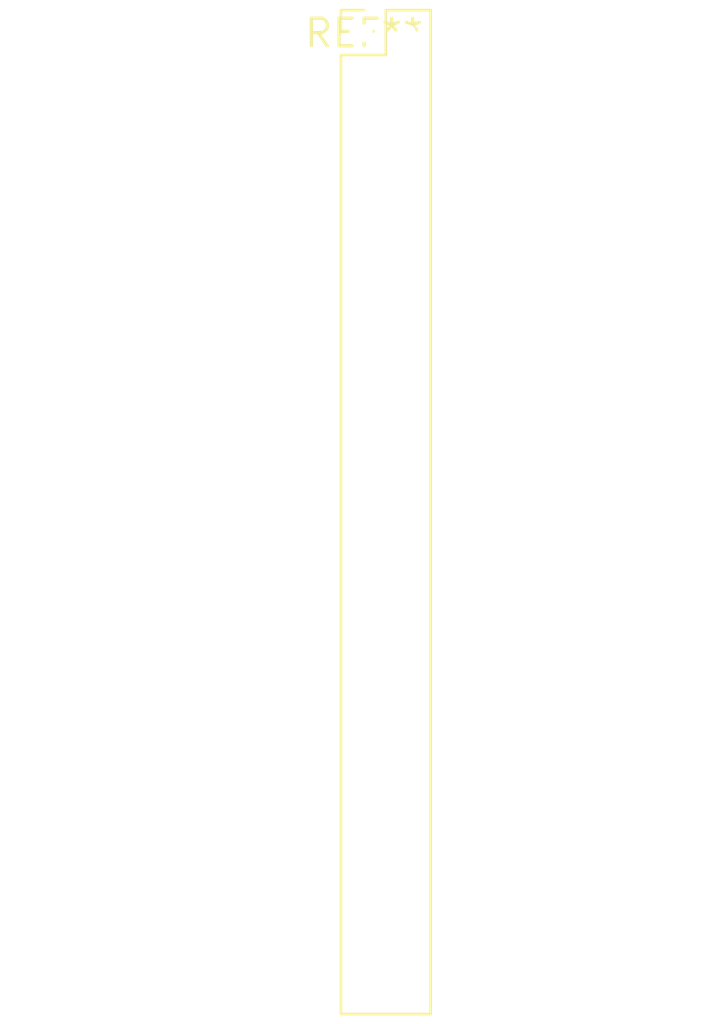
<source format=kicad_pcb>
(kicad_pcb (version 20240108) (generator pcbnew)
  (layers (0 "F.Cu" signal) (31 "B.Cu" signal) (34 "B.Paste" user) (35 "F.Paste" user) (36 "B.SilkS" user "B.Silkscreen") (37 "F.SilkS" user "F.Silkscreen") (38 "B.Mask" user) (39 "F.Mask" user) (44 "Edge.Cuts" user))
  (net 0 "")
  (footprint "PinHeader_2x23_P2.00mm_Vertical" (layer "F.Cu") (at 0 0)
    (property "Reference" "REF**")
    (property "Value" "PinHeader_2x23_P2.00mm_Vertical")
    (fp_line (start -1.06 -1.06) (end 0 -1.06) (layer "F.SilkS") (stroke (width 0.12)))
    (fp_line (start -1.06 0) (end -1.06 -1.06) (layer "F.SilkS") (stroke (width 0.12)))
    (fp_line (start -1.06 1) (end -1.06 45.06) (layer "F.SilkS") (stroke (width 0.12)))
    (fp_line (start -1.06 1) (end 1 1) (layer "F.SilkS") (stroke (width 0.12)))
    (fp_line (start -1.06 45.06) (end 3.06 45.06) (layer "F.SilkS") (stroke (width 0.12)))
    (fp_line (start 1 -1.06) (end 3.06 -1.06) (layer "F.SilkS") (stroke (width 0.12)))
    (fp_line (start 1 1) (end 1 -1.06) (layer "F.SilkS") (stroke (width 0.12)))
    (fp_line (start 3.06 -1.06) (end 3.06 45.06) (layer "F.SilkS") (stroke (width 0.12)))
    (pad "1" thru_hole rect (at 0 0) (size 1.35 1.35) (drill 0.8) (layers *.Cu *.Mask) (remove_unused_layers))
    (pad "2" thru_hole oval (at 2 0) (size 1.35 1.35) (drill 0.8) (layers *.Cu *.Mask) (remove_unused_layers))
    (pad "3" thru_hole oval (at 0 2) (size 1.35 1.35) (drill 0.8) (layers *.Cu *.Mask) (remove_unused_layers))
    (pad "4" thru_hole oval (at 2 2) (size 1.35 1.35) (drill 0.8) (layers *.Cu *.Mask) (remove_unused_layers))
    (pad "5" thru_hole oval (at 0 4) (size 1.35 1.35) (drill 0.8) (layers *.Cu *.Mask) (remove_unused_layers))
    (pad "6" thru_hole oval (at 2 4) (size 1.35 1.35) (drill 0.8) (layers *.Cu *.Mask) (remove_unused_layers))
    (pad "7" thru_hole oval (at 0 6) (size 1.35 1.35) (drill 0.8) (layers *.Cu *.Mask) (remove_unused_layers))
    (pad "8" thru_hole oval (at 2 6) (size 1.35 1.35) (drill 0.8) (layers *.Cu *.Mask) (remove_unused_layers))
    (pad "9" thru_hole oval (at 0 8) (size 1.35 1.35) (drill 0.8) (layers *.Cu *.Mask) (remove_unused_layers))
    (pad "10" thru_hole oval (at 2 8) (size 1.35 1.35) (drill 0.8) (layers *.Cu *.Mask) (remove_unused_layers))
    (pad "11" thru_hole oval (at 0 10) (size 1.35 1.35) (drill 0.8) (layers *.Cu *.Mask) (remove_unused_layers))
    (pad "12" thru_hole oval (at 2 10) (size 1.35 1.35) (drill 0.8) (layers *.Cu *.Mask) (remove_unused_layers))
    (pad "13" thru_hole oval (at 0 12) (size 1.35 1.35) (drill 0.8) (layers *.Cu *.Mask) (remove_unused_layers))
    (pad "14" thru_hole oval (at 2 12) (size 1.35 1.35) (drill 0.8) (layers *.Cu *.Mask) (remove_unused_layers))
    (pad "15" thru_hole oval (at 0 14) (size 1.35 1.35) (drill 0.8) (layers *.Cu *.Mask) (remove_unused_layers))
    (pad "16" thru_hole oval (at 2 14) (size 1.35 1.35) (drill 0.8) (layers *.Cu *.Mask) (remove_unused_layers))
    (pad "17" thru_hole oval (at 0 16) (size 1.35 1.35) (drill 0.8) (layers *.Cu *.Mask) (remove_unused_layers))
    (pad "18" thru_hole oval (at 2 16) (size 1.35 1.35) (drill 0.8) (layers *.Cu *.Mask) (remove_unused_layers))
    (pad "19" thru_hole oval (at 0 18) (size 1.35 1.35) (drill 0.8) (layers *.Cu *.Mask) (remove_unused_layers))
    (pad "20" thru_hole oval (at 2 18) (size 1.35 1.35) (drill 0.8) (layers *.Cu *.Mask) (remove_unused_layers))
    (pad "21" thru_hole oval (at 0 20) (size 1.35 1.35) (drill 0.8) (layers *.Cu *.Mask) (remove_unused_layers))
    (pad "22" thru_hole oval (at 2 20) (size 1.35 1.35) (drill 0.8) (layers *.Cu *.Mask) (remove_unused_layers))
    (pad "23" thru_hole oval (at 0 22) (size 1.35 1.35) (drill 0.8) (layers *.Cu *.Mask) (remove_unused_layers))
    (pad "24" thru_hole oval (at 2 22) (size 1.35 1.35) (drill 0.8) (layers *.Cu *.Mask) (remove_unused_layers))
    (pad "25" thru_hole oval (at 0 24) (size 1.35 1.35) (drill 0.8) (layers *.Cu *.Mask) (remove_unused_layers))
    (pad "26" thru_hole oval (at 2 24) (size 1.35 1.35) (drill 0.8) (layers *.Cu *.Mask) (remove_unused_layers))
    (pad "27" thru_hole oval (at 0 26) (size 1.35 1.35) (drill 0.8) (layers *.Cu *.Mask) (remove_unused_layers))
    (pad "28" thru_hole oval (at 2 26) (size 1.35 1.35) (drill 0.8) (layers *.Cu *.Mask) (remove_unused_layers))
    (pad "29" thru_hole oval (at 0 28) (size 1.35 1.35) (drill 0.8) (layers *.Cu *.Mask) (remove_unused_layers))
    (pad "30" thru_hole oval (at 2 28) (size 1.35 1.35) (drill 0.8) (layers *.Cu *.Mask) (remove_unused_layers))
    (pad "31" thru_hole oval (at 0 30) (size 1.35 1.35) (drill 0.8) (layers *.Cu *.Mask) (remove_unused_layers))
    (pad "32" thru_hole oval (at 2 30) (size 1.35 1.35) (drill 0.8) (layers *.Cu *.Mask) (remove_unused_layers))
    (pad "33" thru_hole oval (at 0 32) (size 1.35 1.35) (drill 0.8) (layers *.Cu *.Mask) (remove_unused_layers))
    (pad "34" thru_hole oval (at 2 32) (size 1.35 1.35) (drill 0.8) (layers *.Cu *.Mask) (remove_unused_layers))
    (pad "35" thru_hole oval (at 0 34) (size 1.35 1.35) (drill 0.8) (layers *.Cu *.Mask) (remove_unused_layers))
    (pad "36" thru_hole oval (at 2 34) (size 1.35 1.35) (drill 0.8) (layers *.Cu *.Mask) (remove_unused_layers))
    (pad "37" thru_hole oval (at 0 36) (size 1.35 1.35) (drill 0.8) (layers *.Cu *.Mask) (remove_unused_layers))
    (pad "38" thru_hole oval (at 2 36) (size 1.35 1.35) (drill 0.8) (layers *.Cu *.Mask) (remove_unused_layers))
    (pad "39" thru_hole oval (at 0 38) (size 1.35 1.35) (drill 0.8) (layers *.Cu *.Mask) (remove_unused_layers))
    (pad "40" thru_hole oval (at 2 38) (size 1.35 1.35) (drill 0.8) (layers *.Cu *.Mask) (remove_unused_layers))
    (pad "41" thru_hole oval (at 0 40) (size 1.35 1.35) (drill 0.8) (layers *.Cu *.Mask) (remove_unused_layers))
    (pad "42" thru_hole oval (at 2 40) (size 1.35 1.35) (drill 0.8) (layers *.Cu *.Mask) (remove_unused_layers))
    (pad "43" thru_hole oval (at 0 42) (size 1.35 1.35) (drill 0.8) (layers *.Cu *.Mask) (remove_unused_layers))
    (pad "44" thru_hole oval (at 2 42) (size 1.35 1.35) (drill 0.8) (layers *.Cu *.Mask) (remove_unused_layers))
    (pad "45" thru_hole oval (at 0 44) (size 1.35 1.35) (drill 0.8) (layers *.Cu *.Mask) (remove_unused_layers))
    (pad "46" thru_hole oval (at 2 44) (size 1.35 1.35) (drill 0.8) (layers *.Cu *.Mask) (remove_unused_layers))
  )
)
</source>
